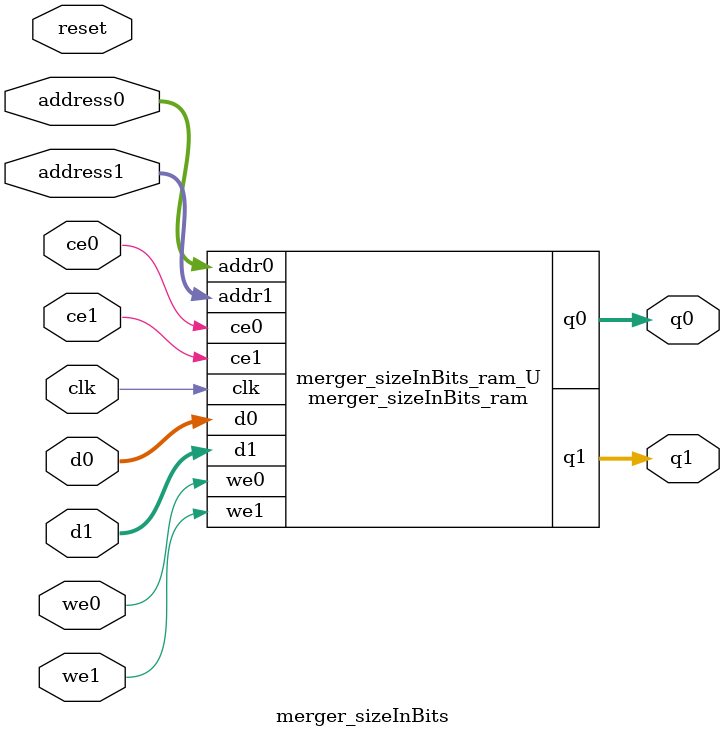
<source format=v>

`timescale 1 ns / 1 ps
module merger_sizeInBits_ram (addr0, ce0, d0, we0, q0, addr1, ce1, d1, we1, q1,  clk);

parameter DWIDTH = 32;
parameter AWIDTH = 3;
parameter MEM_SIZE = 8;

input[AWIDTH-1:0] addr0;
input ce0;
input[DWIDTH-1:0] d0;
input we0;
output reg[DWIDTH-1:0] q0;
input[AWIDTH-1:0] addr1;
input ce1;
input[DWIDTH-1:0] d1;
input we1;
output reg[DWIDTH-1:0] q1;
input clk;

(* ram_style = "block" *)reg [DWIDTH-1:0] ram[0:MEM_SIZE-1];




always @(posedge clk)  
begin 
    if (ce0) 
    begin
        if (we0) 
        begin 
            ram[addr0] <= d0; 
            q0 <= d0;
        end 
        else 
            q0 <= ram[addr0];
    end
end


always @(posedge clk)  
begin 
    if (ce1) 
    begin
        if (we1) 
        begin 
            ram[addr1] <= d1; 
            q1 <= d1;
        end 
        else 
            q1 <= ram[addr1];
    end
end


endmodule


`timescale 1 ns / 1 ps
module merger_sizeInBits(
    reset,
    clk,
    address0,
    ce0,
    we0,
    d0,
    q0,
    address1,
    ce1,
    we1,
    d1,
    q1);

parameter DataWidth = 32'd32;
parameter AddressRange = 32'd8;
parameter AddressWidth = 32'd3;
input reset;
input clk;
input[AddressWidth - 1:0] address0;
input ce0;
input we0;
input[DataWidth - 1:0] d0;
output[DataWidth - 1:0] q0;
input[AddressWidth - 1:0] address1;
input ce1;
input we1;
input[DataWidth - 1:0] d1;
output[DataWidth - 1:0] q1;



merger_sizeInBits_ram merger_sizeInBits_ram_U(
    .clk( clk ),
    .addr0( address0 ),
    .ce0( ce0 ),
    .d0( d0 ),
    .we0( we0 ),
    .q0( q0 ),
    .addr1( address1 ),
    .ce1( ce1 ),
    .d1( d1 ),
    .we1( we1 ),
    .q1( q1 ));

endmodule


</source>
